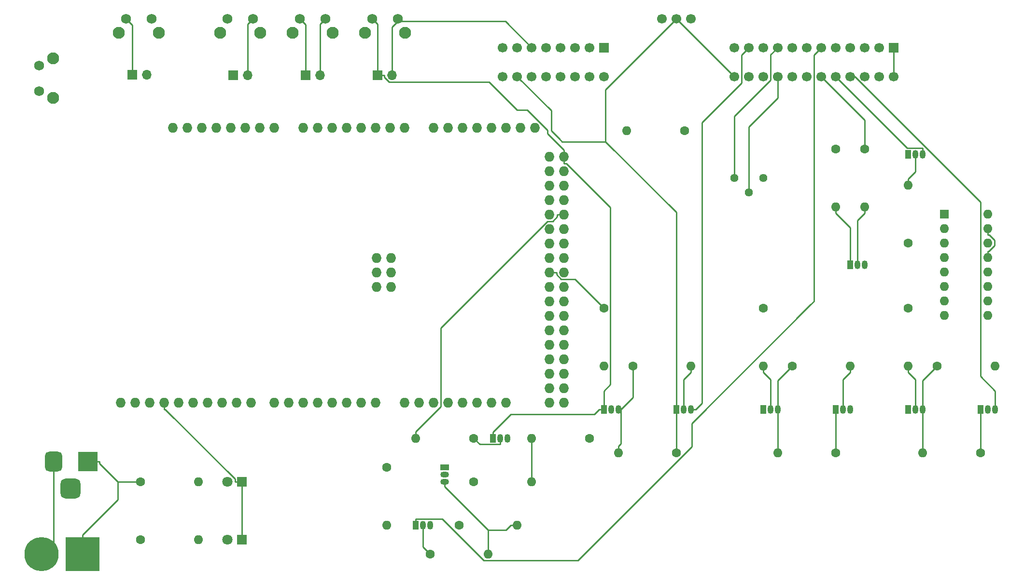
<source format=gbr>
%TF.GenerationSoftware,KiCad,Pcbnew,(6.0.1)*%
%TF.CreationDate,2022-11-01T11:59:45+11:00*%
%TF.ProjectId,IS250 Interface Board,49533235-3020-4496-9e74-657266616365,rev?*%
%TF.SameCoordinates,Original*%
%TF.FileFunction,Copper,L2,Bot*%
%TF.FilePolarity,Positive*%
%FSLAX46Y46*%
G04 Gerber Fmt 4.6, Leading zero omitted, Abs format (unit mm)*
G04 Created by KiCad (PCBNEW (6.0.1)) date 2022-11-01 11:59:45*
%MOMM*%
%LPD*%
G01*
G04 APERTURE LIST*
G04 Aperture macros list*
%AMRoundRect*
0 Rectangle with rounded corners*
0 $1 Rounding radius*
0 $2 $3 $4 $5 $6 $7 $8 $9 X,Y pos of 4 corners*
0 Add a 4 corners polygon primitive as box body*
4,1,4,$2,$3,$4,$5,$6,$7,$8,$9,$2,$3,0*
0 Add four circle primitives for the rounded corners*
1,1,$1+$1,$2,$3*
1,1,$1+$1,$4,$5*
1,1,$1+$1,$6,$7*
1,1,$1+$1,$8,$9*
0 Add four rect primitives between the rounded corners*
20,1,$1+$1,$2,$3,$4,$5,0*
20,1,$1+$1,$4,$5,$6,$7,0*
20,1,$1+$1,$6,$7,$8,$9,0*
20,1,$1+$1,$8,$9,$2,$3,0*%
G04 Aperture macros list end*
%TA.AperFunction,ComponentPad*%
%ADD10R,1.050000X1.500000*%
%TD*%
%TA.AperFunction,ComponentPad*%
%ADD11O,1.050000X1.500000*%
%TD*%
%TA.AperFunction,ComponentPad*%
%ADD12C,1.600000*%
%TD*%
%TA.AperFunction,ComponentPad*%
%ADD13O,1.600000X1.600000*%
%TD*%
%TA.AperFunction,ComponentPad*%
%ADD14C,1.440000*%
%TD*%
%TA.AperFunction,ComponentPad*%
%ADD15C,6.000000*%
%TD*%
%TA.AperFunction,ComponentPad*%
%ADD16R,6.000000X6.000000*%
%TD*%
%TA.AperFunction,ComponentPad*%
%ADD17R,1.700000X1.700000*%
%TD*%
%TA.AperFunction,ComponentPad*%
%ADD18C,1.700000*%
%TD*%
%TA.AperFunction,ComponentPad*%
%ADD19C,2.100000*%
%TD*%
%TA.AperFunction,ComponentPad*%
%ADD20C,1.750000*%
%TD*%
%TA.AperFunction,ComponentPad*%
%ADD21O,1.700000X1.700000*%
%TD*%
%TA.AperFunction,ComponentPad*%
%ADD22R,1.500000X1.050000*%
%TD*%
%TA.AperFunction,ComponentPad*%
%ADD23O,1.500000X1.050000*%
%TD*%
%TA.AperFunction,ComponentPad*%
%ADD24R,1.800000X1.800000*%
%TD*%
%TA.AperFunction,ComponentPad*%
%ADD25C,1.800000*%
%TD*%
%TA.AperFunction,ComponentPad*%
%ADD26R,3.500000X3.500000*%
%TD*%
%TA.AperFunction,ComponentPad*%
%ADD27RoundRect,0.750000X-0.750000X-1.000000X0.750000X-1.000000X0.750000X1.000000X-0.750000X1.000000X0*%
%TD*%
%TA.AperFunction,ComponentPad*%
%ADD28RoundRect,0.875000X-0.875000X-0.875000X0.875000X-0.875000X0.875000X0.875000X-0.875000X0.875000X0*%
%TD*%
%TA.AperFunction,ComponentPad*%
%ADD29R,1.600000X1.600000*%
%TD*%
%TA.AperFunction,ComponentPad*%
%ADD30O,1.727200X1.727200*%
%TD*%
%TA.AperFunction,Conductor*%
%ADD31C,0.250000*%
%TD*%
G04 APERTURE END LIST*
D10*
%TO.P,Q3,1,E*%
%TO.N,/MPX Transciever/MPX+*%
X137160000Y-134620000D03*
D11*
%TO.P,Q3,2,B*%
%TO.N,Net-(Q3-Pad2)*%
X138430000Y-134620000D03*
%TO.P,Q3,3,C*%
%TO.N,+12V*%
X139700000Y-134620000D03*
%TD*%
D12*
%TO.P,R3,1*%
%TO.N,GND*%
X132080000Y-124460000D03*
D13*
%TO.P,R3,2*%
%TO.N,/MPX Transciever/MPX+*%
X132080000Y-134620000D03*
%TD*%
D10*
%TO.P,Q9,1,E*%
%TO.N,+12V*%
X182880000Y-114300000D03*
D11*
%TO.P,Q9,2,B*%
%TO.N,Net-(Q9-Pad2)*%
X184150000Y-114300000D03*
%TO.P,Q9,3,C*%
%TO.N,/LFT-TRN*%
X185420000Y-114300000D03*
%TD*%
D14*
%TO.P,RV1,1,1*%
%TO.N,/Illumination Circuit/ILL+*%
X193040000Y-73660000D03*
%TO.P,RV1,2,2*%
%TO.N,/Illumination Circuit/ILL-S*%
X195580000Y-76200000D03*
%TO.P,RV1,3,3*%
%TO.N,/Illumination Circuit/ILL-GND*%
X198120000Y-73660000D03*
%TD*%
D12*
%TO.P,R16,1*%
%TO.N,/RHT-T*%
X198120000Y-96520000D03*
D13*
%TO.P,R16,2*%
%TO.N,Net-(Q10-Pad2)*%
X198120000Y-106680000D03*
%TD*%
D12*
%TO.P,R1,1*%
%TO.N,/Tacho*%
X223520000Y-96520000D03*
D13*
%TO.P,R1,2*%
%TO.N,Net-(Q1-Pad2)*%
X223520000Y-106680000D03*
%TD*%
D12*
%TO.P,R6,1*%
%TO.N,Net-(Q4-Pad2)*%
X147320000Y-127000000D03*
D13*
%TO.P,R6,2*%
%TO.N,Net-(Q5-Pad3)*%
X157480000Y-127000000D03*
%TD*%
D15*
%TO.P,J4,N,NEG*%
%TO.N,GND*%
X71540000Y-139700000D03*
D16*
%TO.P,J4,P,POS*%
%TO.N,+12V*%
X78740000Y-139700000D03*
%TD*%
D12*
%TO.P,R8,1*%
%TO.N,Net-(Q5-Pad2)*%
X147320000Y-119380000D03*
D13*
%TO.P,R8,2*%
%TO.N,/MPX-S*%
X137160000Y-119380000D03*
%TD*%
D17*
%TO.P,J2,1,NC*%
%TO.N,unconnected-(J2-Pad1)*%
X170180000Y-50800000D03*
D18*
%TO.P,J2,2,NC*%
%TO.N,unconnected-(J2-Pad2)*%
X167640000Y-50800000D03*
%TO.P,J2,3,PBLT-W*%
%TO.N,unconnected-(J2-Pad3)*%
X165100000Y-50800000D03*
%TO.P,J2,4,PBLT-SW*%
%TO.N,unconnected-(J2-Pad4)*%
X162560000Y-50800000D03*
%TO.P,J2,5,RSEL*%
%TO.N,/Satellite Switch/RSEL*%
X160020000Y-50800000D03*
%TO.P,J2,6,LSEL*%
%TO.N,/Satellite Switch/LSEL*%
X157480000Y-50800000D03*
%TO.P,J2,7,SET*%
%TO.N,/Satellite Switch/SET*%
X154940000Y-50800000D03*
%TO.P,J2,8,NC*%
%TO.N,unconnected-(J2-Pad8)*%
X152400000Y-50800000D03*
%TO.P,J2,9,ILL-*%
%TO.N,unconnected-(J2-Pad9)*%
X170180000Y-55880000D03*
%TO.P,J2,10,RHT-TRN*%
%TO.N,/RHT-TRN*%
X167640000Y-55880000D03*
%TO.P,J2,11,CHK-ENG*%
%TO.N,unconnected-(J2-Pad11)*%
X165100000Y-55880000D03*
%TO.P,J2,12,NC*%
%TO.N,unconnected-(J2-Pad12)*%
X162560000Y-55880000D03*
%TO.P,J2,13,NC*%
%TO.N,unconnected-(J2-Pad13)*%
X160020000Y-55880000D03*
%TO.P,J2,14,NC*%
%TO.N,unconnected-(J2-Pad14)*%
X157480000Y-55880000D03*
%TO.P,J2,15,BRK-FLU*%
%TO.N,+12V*%
X154940000Y-55880000D03*
%TO.P,J2,16,NC*%
%TO.N,unconnected-(J2-Pad16)*%
X152400000Y-55880000D03*
%TD*%
D10*
%TO.P,Q11,1,E*%
%TO.N,+12V*%
X210820000Y-114300000D03*
D11*
%TO.P,Q11,2,B*%
%TO.N,Net-(Q11-Pad2)*%
X212090000Y-114300000D03*
%TO.P,Q11,3,C*%
%TO.N,/RHT-TRN*%
X213360000Y-114300000D03*
%TD*%
D19*
%TO.P,SW2,*%
%TO.N,*%
X92120000Y-48210000D03*
X85110000Y-48210000D03*
D20*
%TO.P,SW2,1,A*%
%TO.N,Net-(J1-Pad20)*%
X86360000Y-45720000D03*
%TO.P,SW2,2,B*%
%TO.N,GND*%
X90860000Y-45720000D03*
%TD*%
D12*
%TO.P,R14,1*%
%TO.N,Net-(Q8-Pad3)*%
X175260000Y-106680000D03*
D13*
%TO.P,R14,2*%
%TO.N,Net-(Q9-Pad2)*%
X185420000Y-106680000D03*
%TD*%
D17*
%TO.P,J8,1,Pin_1*%
%TO.N,GND*%
X130512000Y-55646600D03*
D21*
%TO.P,J8,2,Pin_2*%
%TO.N,/Satellite Switch/LSEL*%
X133052000Y-55646600D03*
%TD*%
D17*
%TO.P,J5,1,Pin_1*%
%TO.N,Net-(J1-Pad20)*%
X87494500Y-55588900D03*
D21*
%TO.P,J5,2,Pin_2*%
%TO.N,GND*%
X90034500Y-55588900D03*
%TD*%
D10*
%TO.P,Q5,1,E*%
%TO.N,GND*%
X150680000Y-119380000D03*
D11*
%TO.P,Q5,2,B*%
%TO.N,Net-(Q5-Pad2)*%
X151950000Y-119380000D03*
%TO.P,Q5,3,C*%
%TO.N,Net-(Q5-Pad3)*%
X153220000Y-119380000D03*
%TD*%
D22*
%TO.P,Q4,1,E*%
%TO.N,GND*%
X142240000Y-124460000D03*
D23*
%TO.P,Q4,2,B*%
%TO.N,Net-(Q4-Pad2)*%
X142240000Y-125730000D03*
%TO.P,Q4,3,C*%
%TO.N,Net-(Q4-Pad3)*%
X142240000Y-127000000D03*
%TD*%
D10*
%TO.P,Q10,1,E*%
%TO.N,GND*%
X198120000Y-114300000D03*
D11*
%TO.P,Q10,2,B*%
%TO.N,Net-(Q10-Pad2)*%
X199390000Y-114300000D03*
%TO.P,Q10,3,C*%
%TO.N,Net-(Q10-Pad3)*%
X200660000Y-114300000D03*
%TD*%
D12*
%TO.P,R18,1*%
%TO.N,+12V*%
X210820000Y-121920000D03*
D13*
%TO.P,R18,2*%
%TO.N,Net-(Q10-Pad3)*%
X200660000Y-121920000D03*
%TD*%
D12*
%TO.P,R9,1*%
%TO.N,/MPX Transciever/MPX-*%
X215900000Y-68580000D03*
D13*
%TO.P,R9,2*%
%TO.N,Net-(Q6-Pad2)*%
X215900000Y-78740000D03*
%TD*%
D12*
%TO.P,R7,1*%
%TO.N,+5V*%
X167640000Y-119380000D03*
D13*
%TO.P,R7,2*%
%TO.N,Net-(Q5-Pad3)*%
X157480000Y-119380000D03*
%TD*%
%TO.P,R19,2*%
%TO.N,/Fuel System/FUEL*%
X174160000Y-65395000D03*
D12*
%TO.P,R19,1*%
%TO.N,/Fuel System/FUEL-GND*%
X184320000Y-65395000D03*
%TD*%
D19*
%TO.P,SW6,*%
%TO.N,*%
X73610000Y-52660000D03*
X73610000Y-59670000D03*
D20*
%TO.P,SW6,1,A*%
%TO.N,Net-(SW6-Pad1)*%
X71120000Y-58420000D03*
%TO.P,SW6,2,B*%
%TO.N,GND*%
X71120000Y-53920000D03*
%TD*%
D12*
%TO.P,R11,1*%
%TO.N,+12V*%
X236220000Y-121920000D03*
D13*
%TO.P,R11,2*%
%TO.N,Net-(Q1-Pad3)*%
X226060000Y-121920000D03*
%TD*%
D12*
%TO.P,R15,1*%
%TO.N,+12V*%
X182880000Y-121920000D03*
D13*
%TO.P,R15,2*%
%TO.N,Net-(Q8-Pad3)*%
X172720000Y-121920000D03*
%TD*%
D19*
%TO.P,SW5,*%
%TO.N,*%
X135300000Y-48210000D03*
X128290000Y-48210000D03*
D20*
%TO.P,SW5,1,A*%
%TO.N,GND*%
X129540000Y-45720000D03*
%TO.P,SW5,2,B*%
%TO.N,/Satellite Switch/LSEL*%
X134040000Y-45720000D03*
%TD*%
D12*
%TO.P,R2,1*%
%TO.N,Net-(Q1-Pad3)*%
X228600000Y-106680000D03*
D13*
%TO.P,R2,2*%
%TO.N,Net-(Q2-Pad2)*%
X238760000Y-106680000D03*
%TD*%
D12*
%TO.P,R20,1*%
%TO.N,+12V*%
X88900000Y-127000000D03*
D13*
%TO.P,R20,2*%
%TO.N,Net-(D1-Pad2)*%
X99060000Y-127000000D03*
%TD*%
D24*
%TO.P,D2,1,K*%
%TO.N,GND*%
X106680000Y-137160000D03*
D25*
%TO.P,D2,2,A*%
%TO.N,Net-(D2-Pad2)*%
X104140000Y-137160000D03*
%TD*%
D18*
%TO.P,SW1,1,A*%
%TO.N,Net-(J1-Pad12)*%
X180340000Y-45720000D03*
%TO.P,SW1,2,B*%
%TO.N,+12V*%
X182880000Y-45720000D03*
%TO.P,SW1,3*%
%TO.N,N/C*%
X185420000Y-45720000D03*
%TD*%
D26*
%TO.P,J3,1*%
%TO.N,+12V*%
X79660000Y-123502500D03*
D27*
%TO.P,J3,2*%
%TO.N,GND*%
X73660000Y-123502500D03*
D28*
%TO.P,J3,3*%
%TO.N,N/C*%
X76660000Y-128202500D03*
%TD*%
D12*
%TO.P,R4,1*%
%TO.N,Net-(Q3-Pad2)*%
X139700000Y-139700000D03*
D13*
%TO.P,R4,2*%
%TO.N,Net-(Q4-Pad3)*%
X149860000Y-139700000D03*
%TD*%
D24*
%TO.P,D1,1,K*%
%TO.N,GND*%
X106680000Y-127000000D03*
D25*
%TO.P,D1,2,A*%
%TO.N,Net-(D1-Pad2)*%
X104140000Y-127000000D03*
%TD*%
D12*
%TO.P,R12,1*%
%TO.N,Net-(R12-Pad1)*%
X223520000Y-85105000D03*
D13*
%TO.P,R12,2*%
%TO.N,Net-(Q7-Pad2)*%
X223520000Y-74945000D03*
%TD*%
D29*
%TO.P,U2,1,Q5*%
%TO.N,unconnected-(U2-Pad1)*%
X229880000Y-80025000D03*
D13*
%TO.P,U2,2,Q1*%
%TO.N,unconnected-(U2-Pad2)*%
X229880000Y-82565000D03*
%TO.P,U2,3,Q0*%
%TO.N,Net-(R12-Pad1)*%
X229880000Y-85105000D03*
%TO.P,U2,4,Q2*%
%TO.N,unconnected-(U2-Pad4)*%
X229880000Y-87645000D03*
%TO.P,U2,5,Q6*%
%TO.N,unconnected-(U2-Pad5)*%
X229880000Y-90185000D03*
%TO.P,U2,6,Q7*%
%TO.N,unconnected-(U2-Pad6)*%
X229880000Y-92725000D03*
%TO.P,U2,7,Q3*%
%TO.N,unconnected-(U2-Pad7)*%
X229880000Y-95265000D03*
%TO.P,U2,8,VSS*%
%TO.N,GND*%
X229880000Y-97805000D03*
%TO.P,U2,9,Q8*%
%TO.N,unconnected-(U2-Pad9)*%
X237500000Y-97805000D03*
%TO.P,U2,10,Q4*%
%TO.N,unconnected-(U2-Pad10)*%
X237500000Y-95265000D03*
%TO.P,U2,11,Q9*%
%TO.N,unconnected-(U2-Pad11)*%
X237500000Y-92725000D03*
%TO.P,U2,12,Cout*%
%TO.N,unconnected-(U2-Pad12)*%
X237500000Y-90185000D03*
%TO.P,U2,13,CKEN*%
%TO.N,GND*%
X237500000Y-87645000D03*
%TO.P,U2,14,CLK*%
%TO.N,/Speedo*%
X237500000Y-85105000D03*
%TO.P,U2,15,Reset*%
%TO.N,GND*%
X237500000Y-82565000D03*
%TO.P,U2,16,VDD*%
%TO.N,+5V*%
X237500000Y-80025000D03*
%TD*%
D19*
%TO.P,SW4,*%
%TO.N,*%
X115590000Y-48210000D03*
X122600000Y-48210000D03*
D20*
%TO.P,SW4,1,A*%
%TO.N,GND*%
X116840000Y-45720000D03*
%TO.P,SW4,2,B*%
%TO.N,/Satellite Switch/SET*%
X121340000Y-45720000D03*
%TD*%
D17*
%TO.P,J6,1,Pin_1*%
%TO.N,GND*%
X105175100Y-55616000D03*
D21*
%TO.P,J6,2,Pin_2*%
%TO.N,/Satellite Switch/RSEL*%
X107715100Y-55616000D03*
%TD*%
D12*
%TO.P,R13,1*%
%TO.N,/LFT-T*%
X170180000Y-96520000D03*
D13*
%TO.P,R13,2*%
%TO.N,Net-(Q8-Pad2)*%
X170180000Y-106680000D03*
%TD*%
D10*
%TO.P,Q7,1,E*%
%TO.N,GND*%
X223520000Y-69515000D03*
D11*
%TO.P,Q7,2,B*%
%TO.N,Net-(Q7-Pad2)*%
X224790000Y-69515000D03*
%TO.P,Q7,3,C*%
%TO.N,/Speedo Conversion/SPD IN*%
X226060000Y-69515000D03*
%TD*%
D12*
%TO.P,R17,1*%
%TO.N,Net-(Q10-Pad3)*%
X203200000Y-106680000D03*
D13*
%TO.P,R17,2*%
%TO.N,Net-(Q11-Pad2)*%
X213360000Y-106680000D03*
%TD*%
D17*
%TO.P,J7,1,Pin_1*%
%TO.N,GND*%
X117870800Y-55675000D03*
D21*
%TO.P,J7,2,Pin_2*%
%TO.N,/Satellite Switch/SET*%
X120410800Y-55675000D03*
%TD*%
D10*
%TO.P,Q6,1,E*%
%TO.N,/MPX-R*%
X213360000Y-88900000D03*
D11*
%TO.P,Q6,2,B*%
%TO.N,Net-(Q6-Pad2)*%
X214630000Y-88900000D03*
%TO.P,Q6,3,C*%
%TO.N,+5V*%
X215900000Y-88900000D03*
%TD*%
D10*
%TO.P,Q1,1,E*%
%TO.N,GND*%
X223520000Y-114300000D03*
D11*
%TO.P,Q1,2,B*%
%TO.N,Net-(Q1-Pad2)*%
X224790000Y-114300000D03*
%TO.P,Q1,3,C*%
%TO.N,Net-(Q1-Pad3)*%
X226060000Y-114300000D03*
%TD*%
D12*
%TO.P,R10,1*%
%TO.N,GND*%
X210820000Y-68580000D03*
D13*
%TO.P,R10,2*%
%TO.N,/MPX-R*%
X210820000Y-78740000D03*
%TD*%
D19*
%TO.P,SW3,*%
%TO.N,*%
X102890000Y-48210000D03*
X109900000Y-48210000D03*
D20*
%TO.P,SW3,1,A*%
%TO.N,GND*%
X104140000Y-45720000D03*
%TO.P,SW3,2,B*%
%TO.N,/Satellite Switch/RSEL*%
X108640000Y-45720000D03*
%TD*%
D10*
%TO.P,Q8,1,E*%
%TO.N,GND*%
X170180000Y-114300000D03*
D11*
%TO.P,Q8,2,B*%
%TO.N,Net-(Q8-Pad2)*%
X171450000Y-114300000D03*
%TO.P,Q8,3,C*%
%TO.N,Net-(Q8-Pad3)*%
X172720000Y-114300000D03*
%TD*%
D10*
%TO.P,Q2,1,E*%
%TO.N,+12V*%
X236220000Y-114300000D03*
D11*
%TO.P,Q2,2,B*%
%TO.N,Net-(Q2-Pad2)*%
X237490000Y-114300000D03*
%TO.P,Q2,3,C*%
%TO.N,/Tacho Conversion/12V Out*%
X238760000Y-114300000D03*
%TD*%
D17*
%TO.P,J1,1,GND*%
%TO.N,GND*%
X220980000Y-50800000D03*
D18*
%TO.P,J1,2,GND-F*%
%TO.N,/Fuel System/FUEL-GND*%
X218440000Y-50800000D03*
%TO.P,J1,3,NC*%
%TO.N,unconnected-(J1-Pad3)*%
X215900000Y-50800000D03*
%TO.P,J1,4,NC*%
%TO.N,unconnected-(J1-Pad4)*%
X213360000Y-50800000D03*
%TO.P,J1,5,SPD-OUT*%
%TO.N,unconnected-(J1-Pad5)*%
X210820000Y-50800000D03*
%TO.P,J1,6,MPX+*%
%TO.N,/MPX Transciever/MPX+*%
X208280000Y-50800000D03*
%TO.P,J1,7,NC*%
%TO.N,unconnected-(J1-Pad7)*%
X205740000Y-50800000D03*
%TO.P,J1,8,ILL-OVRD*%
%TO.N,unconnected-(J1-Pad8)*%
X203200000Y-50800000D03*
%TO.P,J1,9,ILL+*%
%TO.N,/Illumination Circuit/ILL+*%
X200660000Y-50800000D03*
%TO.P,J1,10,NC*%
%TO.N,unconnected-(J1-Pad10)*%
X198120000Y-50800000D03*
%TO.P,J1,11,LFT-TRN*%
%TO.N,/LFT-TRN*%
X195580000Y-50800000D03*
%TO.P,J1,12,IGN-SW*%
%TO.N,Net-(J1-Pad12)*%
X193040000Y-50800000D03*
%TO.P,J1,13,GND-S*%
%TO.N,GND*%
X220980000Y-55880000D03*
%TO.P,J1,14,GND-ILL*%
%TO.N,/Illumination Circuit/ILL-GND*%
X218440000Y-55880000D03*
%TO.P,J1,15,NC*%
%TO.N,unconnected-(J1-Pad15)*%
X215900000Y-55880000D03*
%TO.P,J1,16,TACH*%
%TO.N,/Tacho Conversion/12V Out*%
X213360000Y-55880000D03*
%TO.P,J1,17,SPD-IN*%
%TO.N,/Speedo Conversion/SPD IN*%
X210820000Y-55880000D03*
%TO.P,J1,18,MPX-*%
%TO.N,/MPX Transciever/MPX-*%
X208280000Y-55880000D03*
%TO.P,J1,19,FUEL*%
%TO.N,/Fuel System/FUEL*%
X205740000Y-55880000D03*
%TO.P,J1,20,DISP-SW*%
%TO.N,Net-(J1-Pad20)*%
X203200000Y-55880000D03*
%TO.P,J1,21,ILL-S*%
%TO.N,/Illumination Circuit/ILL-S*%
X200660000Y-55880000D03*
%TO.P,J1,22,NC*%
%TO.N,unconnected-(J1-Pad22)*%
X198120000Y-55880000D03*
%TO.P,J1,23,12V*%
%TO.N,+12V*%
X195580000Y-55880000D03*
%TO.P,J1,24,12V*%
X193040000Y-55880000D03*
%TD*%
D12*
%TO.P,R5,1*%
%TO.N,+12V*%
X144780000Y-134620000D03*
D13*
%TO.P,R5,2*%
%TO.N,Net-(Q4-Pad3)*%
X154940000Y-134620000D03*
%TD*%
D12*
%TO.P,R21,1*%
%TO.N,+5V*%
X88900000Y-137160000D03*
D13*
%TO.P,R21,2*%
%TO.N,Net-(D2-Pad2)*%
X99060000Y-137160000D03*
%TD*%
D30*
%TO.P,XA1,*%
%TO.N,*%
X94615000Y-64857500D03*
%TO.P,XA1,3V3,3.3V*%
%TO.N,unconnected-(XA1-Pad3V3)*%
X102235000Y-64857500D03*
%TO.P,XA1,5V1,5V*%
%TO.N,+5V*%
X104775000Y-64857500D03*
%TO.P,XA1,5V2,SPI_5V*%
%TO.N,unconnected-(XA1-Pad5V2)*%
X132842000Y-92797500D03*
%TO.P,XA1,5V3,5V*%
%TO.N,unconnected-(XA1-Pad5V3)*%
X160655000Y-113117500D03*
%TO.P,XA1,5V4,5V*%
%TO.N,unconnected-(XA1-Pad5V4)*%
X163195000Y-113117500D03*
%TO.P,XA1,A0,A0*%
%TO.N,unconnected-(XA1-PadA0)*%
X117475000Y-64857500D03*
%TO.P,XA1,A1,A1*%
%TO.N,unconnected-(XA1-PadA1)*%
X120015000Y-64857500D03*
%TO.P,XA1,A2,A2*%
%TO.N,unconnected-(XA1-PadA2)*%
X122555000Y-64857500D03*
%TO.P,XA1,A3,A3*%
%TO.N,unconnected-(XA1-PadA3)*%
X125095000Y-64857500D03*
%TO.P,XA1,A4,A4*%
%TO.N,unconnected-(XA1-PadA4)*%
X127635000Y-64857500D03*
%TO.P,XA1,A5,A5*%
%TO.N,unconnected-(XA1-PadA5)*%
X130175000Y-64857500D03*
%TO.P,XA1,A6,A6*%
%TO.N,unconnected-(XA1-PadA6)*%
X132715000Y-64857500D03*
%TO.P,XA1,A7,A7*%
%TO.N,unconnected-(XA1-PadA7)*%
X135255000Y-64857500D03*
%TO.P,XA1,A8,A8*%
%TO.N,unconnected-(XA1-PadA8)*%
X140335000Y-64857500D03*
%TO.P,XA1,A9,A9*%
%TO.N,unconnected-(XA1-PadA9)*%
X142875000Y-64857500D03*
%TO.P,XA1,A10,A10*%
%TO.N,unconnected-(XA1-PadA10)*%
X145415000Y-64857500D03*
%TO.P,XA1,A11,A11*%
%TO.N,unconnected-(XA1-PadA11)*%
X147955000Y-64857500D03*
%TO.P,XA1,A12,A12*%
%TO.N,unconnected-(XA1-PadA12)*%
X150495000Y-64857500D03*
%TO.P,XA1,A13,A13*%
%TO.N,unconnected-(XA1-PadA13)*%
X153035000Y-64857500D03*
%TO.P,XA1,A14,A14*%
%TO.N,unconnected-(XA1-PadA14)*%
X155575000Y-64857500D03*
%TO.P,XA1,A15,A15*%
%TO.N,unconnected-(XA1-PadA15)*%
X158115000Y-64857500D03*
%TO.P,XA1,AREF,AREF*%
%TO.N,unconnected-(XA1-PadAREF)*%
X90551000Y-113117500D03*
%TO.P,XA1,D0,D0_RX0*%
%TO.N,unconnected-(XA1-PadD0)*%
X130175000Y-113117500D03*
%TO.P,XA1,D1,D1_TX0*%
%TO.N,unconnected-(XA1-PadD1)*%
X127635000Y-113117500D03*
%TO.P,XA1,D2,D2_INT0*%
%TO.N,unconnected-(XA1-PadD2)*%
X125095000Y-113117500D03*
%TO.P,XA1,D3,D3_INT1*%
%TO.N,unconnected-(XA1-PadD3)*%
X122555000Y-113117500D03*
%TO.P,XA1,D4,D4*%
%TO.N,unconnected-(XA1-PadD4)*%
X120015000Y-113117500D03*
%TO.P,XA1,D5,D5*%
%TO.N,unconnected-(XA1-PadD5)*%
X117475000Y-113117500D03*
%TO.P,XA1,D6,D6*%
%TO.N,unconnected-(XA1-PadD6)*%
X114935000Y-113117500D03*
%TO.P,XA1,D7,D7*%
%TO.N,unconnected-(XA1-PadD7)*%
X112395000Y-113117500D03*
%TO.P,XA1,D8,D8*%
%TO.N,unconnected-(XA1-PadD8)*%
X108331000Y-113117500D03*
%TO.P,XA1,D9,D9*%
%TO.N,unconnected-(XA1-PadD9)*%
X105791000Y-113117500D03*
%TO.P,XA1,D10,D10*%
%TO.N,unconnected-(XA1-PadD10)*%
X103251000Y-113117500D03*
%TO.P,XA1,D11,D11*%
%TO.N,unconnected-(XA1-PadD11)*%
X100711000Y-113117500D03*
%TO.P,XA1,D12,D12*%
%TO.N,unconnected-(XA1-PadD12)*%
X98171000Y-113117500D03*
%TO.P,XA1,D13,D13*%
%TO.N,unconnected-(XA1-PadD13)*%
X95631000Y-113117500D03*
%TO.P,XA1,D14,D14_TX3*%
%TO.N,unconnected-(XA1-PadD14)*%
X135255000Y-113117500D03*
%TO.P,XA1,D15,D15_RX3*%
%TO.N,unconnected-(XA1-PadD15)*%
X137795000Y-113117500D03*
%TO.P,XA1,D16,D16_TX2*%
%TO.N,unconnected-(XA1-PadD16)*%
X140335000Y-113117500D03*
%TO.P,XA1,D17,D17_RX2*%
%TO.N,unconnected-(XA1-PadD17)*%
X142875000Y-113117500D03*
%TO.P,XA1,D18,D18_TX1*%
%TO.N,unconnected-(XA1-PadD18)*%
X145415000Y-113117500D03*
%TO.P,XA1,D19,D19_RX1*%
%TO.N,unconnected-(XA1-PadD19)*%
X147955000Y-113117500D03*
%TO.P,XA1,D20,D20_SDA*%
%TO.N,unconnected-(XA1-PadD20)*%
X150495000Y-113117500D03*
%TO.P,XA1,D21,D21_SCL*%
%TO.N,unconnected-(XA1-PadD21)*%
X153035000Y-113117500D03*
%TO.P,XA1,D22,D22*%
%TO.N,unconnected-(XA1-PadD22)*%
X160655000Y-110577500D03*
%TO.P,XA1,D23,D23*%
%TO.N,unconnected-(XA1-PadD23)*%
X163195000Y-110577500D03*
%TO.P,XA1,D24,D24*%
%TO.N,unconnected-(XA1-PadD24)*%
X160655000Y-108037500D03*
%TO.P,XA1,D25,D25*%
%TO.N,unconnected-(XA1-PadD25)*%
X163195000Y-108037500D03*
%TO.P,XA1,D26,D26*%
%TO.N,unconnected-(XA1-PadD26)*%
X160655000Y-105497500D03*
%TO.P,XA1,D27,D27*%
%TO.N,unconnected-(XA1-PadD27)*%
X163195000Y-105497500D03*
%TO.P,XA1,D28,D28*%
%TO.N,unconnected-(XA1-PadD28)*%
X160655000Y-102957500D03*
%TO.P,XA1,D29,D29*%
%TO.N,unconnected-(XA1-PadD29)*%
X163195000Y-102957500D03*
%TO.P,XA1,D30,D30*%
%TO.N,unconnected-(XA1-PadD30)*%
X160655000Y-100417500D03*
%TO.P,XA1,D31,D31*%
%TO.N,unconnected-(XA1-PadD31)*%
X163195000Y-100417500D03*
%TO.P,XA1,D32,D32*%
%TO.N,unconnected-(XA1-PadD32)*%
X160655000Y-97877500D03*
%TO.P,XA1,D33,D33*%
%TO.N,unconnected-(XA1-PadD33)*%
X163195000Y-97877500D03*
%TO.P,XA1,D34,D34*%
%TO.N,unconnected-(XA1-PadD34)*%
X160655000Y-95337500D03*
%TO.P,XA1,D35,D35*%
%TO.N,unconnected-(XA1-PadD35)*%
X163195000Y-95337500D03*
%TO.P,XA1,D36,D36*%
%TO.N,unconnected-(XA1-PadD36)*%
X160655000Y-92797500D03*
%TO.P,XA1,D37,D37*%
%TO.N,unconnected-(XA1-PadD37)*%
X163195000Y-92797500D03*
%TO.P,XA1,D38,D38*%
%TO.N,/LFT-T*%
X160655000Y-90257500D03*
%TO.P,XA1,D39,D39*%
%TO.N,/RHT-T*%
X163195000Y-90257500D03*
%TO.P,XA1,D40,D40*%
%TO.N,unconnected-(XA1-PadD40)*%
X160655000Y-87717500D03*
%TO.P,XA1,D41,D41*%
%TO.N,unconnected-(XA1-PadD41)*%
X163195000Y-87717500D03*
%TO.P,XA1,D42,D42*%
%TO.N,/Tacho*%
X160655000Y-85177500D03*
%TO.P,XA1,D43,D43*%
%TO.N,/Speedo*%
X163195000Y-85177500D03*
%TO.P,XA1,D44,D44*%
%TO.N,unconnected-(XA1-PadD44)*%
X160655000Y-82637500D03*
%TO.P,XA1,D45,D45*%
%TO.N,unconnected-(XA1-PadD45)*%
X163195000Y-82637500D03*
%TO.P,XA1,D46,D46*%
%TO.N,/MPX-R*%
X160655000Y-80097500D03*
%TO.P,XA1,D47,D47*%
%TO.N,/MPX-S*%
X163195000Y-80097500D03*
%TO.P,XA1,D48,D48*%
%TO.N,unconnected-(XA1-PadD48)*%
X160655000Y-77557500D03*
%TO.P,XA1,D49,D49*%
%TO.N,unconnected-(XA1-PadD49)*%
X163195000Y-77557500D03*
%TO.P,XA1,D50,D50*%
%TO.N,unconnected-(XA1-PadD50)*%
X160655000Y-75017500D03*
%TO.P,XA1,D51,D51*%
%TO.N,/MOSI*%
X163195000Y-75017500D03*
%TO.P,XA1,D52,D52*%
%TO.N,/CLK*%
X160655000Y-72477500D03*
%TO.P,XA1,D53,D53_SS*%
%TO.N,/CS*%
X163195000Y-72477500D03*
%TO.P,XA1,GND1,GND*%
%TO.N,GND*%
X93091000Y-113117500D03*
%TO.P,XA1,GND2,GND*%
%TO.N,unconnected-(XA1-PadGND2)*%
X107315000Y-64857500D03*
%TO.P,XA1,GND3,GND*%
%TO.N,unconnected-(XA1-PadGND3)*%
X109855000Y-64857500D03*
%TO.P,XA1,GND4,SPI_GND*%
%TO.N,unconnected-(XA1-PadGND4)*%
X132842000Y-87717500D03*
%TO.P,XA1,GND5,GND*%
%TO.N,unconnected-(XA1-PadGND5)*%
X160655000Y-69937500D03*
%TO.P,XA1,GND6,GND*%
%TO.N,GND*%
X163195000Y-69937500D03*
%TO.P,XA1,IORF,IOREF*%
%TO.N,unconnected-(XA1-PadIORF)*%
X97155000Y-64857500D03*
%TO.P,XA1,MISO,SPI_MISO*%
%TO.N,unconnected-(XA1-PadMISO)*%
X130302000Y-92797500D03*
%TO.P,XA1,MOSI,SPI_MOSI*%
%TO.N,unconnected-(XA1-PadMOSI)*%
X132842000Y-90257500D03*
%TO.P,XA1,RST1,RESET*%
%TO.N,Net-(SW6-Pad1)*%
X99695000Y-64857500D03*
%TO.P,XA1,RST2,SPI_RESET*%
%TO.N,unconnected-(XA1-PadRST2)*%
X130302000Y-87717500D03*
%TO.P,XA1,SCK,SPI_SCK*%
%TO.N,unconnected-(XA1-PadSCK)*%
X130302000Y-90257500D03*
%TO.P,XA1,SCL,SCL*%
%TO.N,unconnected-(XA1-PadSCL)*%
X85471000Y-113117500D03*
%TO.P,XA1,SDA,SDA*%
%TO.N,unconnected-(XA1-PadSDA)*%
X88011000Y-113117500D03*
%TO.P,XA1,VIN,VIN*%
%TO.N,unconnected-(XA1-PadVIN)*%
X112395000Y-64857500D03*
%TD*%
D31*
%TO.N,GND*%
X237500000Y-82565000D02*
X237500000Y-83690100D01*
X168479800Y-115150100D02*
X153834800Y-115150100D01*
X150680000Y-119380000D02*
X150680000Y-118304900D01*
X237733100Y-83690100D02*
X237500000Y-83690100D01*
X169329900Y-114300000D02*
X168479800Y-115150100D01*
X131687100Y-56013900D02*
X132494900Y-56821700D01*
X73660000Y-123502500D02*
X73660000Y-137580000D01*
X130512000Y-55646600D02*
X131687100Y-55646600D01*
X153834800Y-115150100D02*
X150680000Y-118304900D01*
X156711250Y-61728750D02*
X154946750Y-61728750D01*
X163195000Y-69937500D02*
X163195000Y-71126200D01*
X93091000Y-113117500D02*
X93091000Y-114306200D01*
X237500000Y-87645000D02*
X237500000Y-86519900D01*
X160315800Y-65869600D02*
X163195000Y-68748800D01*
X93091000Y-114306200D02*
X93202900Y-114306200D01*
X220980000Y-55880000D02*
X220980000Y-50800000D01*
X163195000Y-69937500D02*
X163195000Y-68748800D01*
X105454900Y-126558200D02*
X105454900Y-127000000D01*
X163195000Y-71126200D02*
X163566500Y-71126200D01*
X129540000Y-45720000D02*
X130512000Y-46692000D01*
X160315800Y-65333300D02*
X160315800Y-65869600D01*
X156711250Y-61728750D02*
X160315800Y-65333300D01*
X237698400Y-86519900D02*
X238660800Y-85557500D01*
X238660800Y-84617800D02*
X237733100Y-83690100D01*
X117870800Y-46750800D02*
X117870800Y-55675000D01*
X106680000Y-127000000D02*
X106680000Y-137160000D01*
X237500000Y-86519900D02*
X237698400Y-86519900D01*
X238660800Y-85557500D02*
X238660800Y-84617800D01*
X154946750Y-61728750D02*
X150039700Y-56821700D01*
X171308600Y-109955200D02*
X170180000Y-111083800D01*
X73660000Y-137580000D02*
X71540000Y-139700000D01*
X170180000Y-111083800D02*
X170180000Y-114300000D01*
X132494900Y-56821700D02*
X150039700Y-56821700D01*
X163566500Y-71126200D02*
X171308600Y-78868300D01*
X130512000Y-46692000D02*
X130512000Y-55646600D01*
X106680000Y-127000000D02*
X105454900Y-127000000D01*
X116840000Y-45720000D02*
X117870800Y-46750800D01*
X170180000Y-114300000D02*
X169329900Y-114300000D01*
X131687100Y-55646600D02*
X131687100Y-56013900D01*
X93202900Y-114306200D02*
X105454900Y-126558200D01*
X171308600Y-78868300D02*
X171308600Y-109955200D01*
%TO.N,/MPX Transciever/MPX+*%
X185551000Y-120875900D02*
X165598500Y-140828400D01*
X141789900Y-133544900D02*
X137160000Y-133544900D01*
X206454900Y-95888700D02*
X185551000Y-116792600D01*
X165598500Y-140828400D02*
X149073400Y-140828400D01*
X208280000Y-50800000D02*
X207010000Y-52070000D01*
X137160000Y-134620000D02*
X137160000Y-133544900D01*
X207010000Y-95333600D02*
X206454900Y-95888700D01*
X149073400Y-140828400D02*
X141789900Y-133544900D01*
X185551000Y-116792600D02*
X185551000Y-120875900D01*
X207010000Y-52070000D02*
X207010000Y-95333600D01*
%TO.N,/Illumination Circuit/ILL+*%
X200660000Y-50800000D02*
X199427741Y-52032259D01*
X193040000Y-62863300D02*
X193040982Y-62863300D01*
X193040000Y-73660000D02*
X193040000Y-62863300D01*
X193040982Y-62863300D02*
X199427741Y-56476541D01*
X199427741Y-52032259D02*
X199427741Y-56476541D01*
%TO.N,/LFT-TRN*%
X194310000Y-56996300D02*
X187370600Y-63935700D01*
X194310000Y-52070000D02*
X194310000Y-56996300D01*
X185420000Y-114300000D02*
X186270100Y-114300000D01*
X195580000Y-50800000D02*
X194310000Y-52070000D01*
X187370600Y-63935700D02*
X187370600Y-113199500D01*
X187370600Y-113199500D02*
X186270100Y-114300000D01*
%TO.N,/Tacho Conversion/12V Out*%
X214196600Y-55880000D02*
X236203300Y-77886700D01*
X213360000Y-55880000D02*
X214196600Y-55880000D01*
X236203300Y-108527100D02*
X238760000Y-111083800D01*
X236203300Y-77886700D02*
X236203300Y-108527100D01*
X238760000Y-111083800D02*
X238760000Y-114300000D01*
%TO.N,/Speedo Conversion/SPD IN*%
X223379900Y-68439900D02*
X226060000Y-68439900D01*
X226060000Y-69515000D02*
X226060000Y-68439900D01*
X210820000Y-55880000D02*
X223379900Y-68439900D01*
%TO.N,/MPX Transciever/MPX-*%
X215900000Y-63500000D02*
X215900000Y-68580000D01*
X208280000Y-55880000D02*
X215900000Y-63500000D01*
%TO.N,Net-(J1-Pad20)*%
X86360000Y-45720000D02*
X87494500Y-46854500D01*
X87494500Y-46854500D02*
X87494500Y-55588900D01*
%TO.N,/Illumination Circuit/ILL-S*%
X195580000Y-76200000D02*
X195580000Y-64744600D01*
X200660000Y-59613800D02*
X200660000Y-55880000D01*
X195554600Y-64719200D02*
X200660000Y-59613800D01*
%TO.N,+12V*%
X162814000Y-67310000D02*
X170434000Y-67310000D01*
X160925200Y-65389500D02*
X160925200Y-61865200D01*
X160925200Y-61865200D02*
X154940000Y-55880000D01*
X162814000Y-67310000D02*
X162354300Y-66818600D01*
X81735100Y-123787000D02*
X84948100Y-127000000D01*
X193040000Y-55880000D02*
X182880000Y-45720000D01*
X170446650Y-58153350D02*
X182880000Y-45720000D01*
X236220000Y-114300000D02*
X236220000Y-121920000D01*
X81735100Y-123502500D02*
X81735100Y-123787000D01*
X88900000Y-127000000D02*
X84948100Y-127000000D01*
X170434000Y-67310000D02*
X170446650Y-67297350D01*
X182880000Y-121920000D02*
X182880000Y-114300000D01*
X162354300Y-66818600D02*
X160925200Y-65389500D01*
X78740000Y-139700000D02*
X78740000Y-136374900D01*
X84948100Y-127000000D02*
X84948100Y-130166800D01*
X182880000Y-79730700D02*
X170446650Y-67297350D01*
X210820000Y-121920000D02*
X210820000Y-114300000D01*
X182880000Y-114300000D02*
X182880000Y-79730700D01*
X79660000Y-123502500D02*
X81735100Y-123502500D01*
X170446650Y-67297350D02*
X170446650Y-58153350D01*
X84948100Y-130166800D02*
X78740000Y-136374900D01*
%TO.N,/Satellite Switch/RSEL*%
X108640000Y-45720000D02*
X107715100Y-46644900D01*
X107715100Y-46644900D02*
X107715100Y-55616000D01*
%TO.N,/Satellite Switch/LSEL*%
X133052000Y-47202000D02*
X134040000Y-46214000D01*
X133052000Y-55646600D02*
X133052000Y-47202000D01*
X152894000Y-46214000D02*
X157480000Y-50800000D01*
X134040000Y-46214000D02*
X152894000Y-46214000D01*
X134040000Y-45720000D02*
X134040000Y-46214000D01*
%TO.N,/Satellite Switch/SET*%
X120410800Y-46649200D02*
X120410800Y-55675000D01*
X121340000Y-45720000D02*
X120410800Y-46649200D01*
%TO.N,Net-(Q1-Pad2)*%
X224790000Y-109075100D02*
X223520000Y-107805100D01*
X224790000Y-114300000D02*
X224790000Y-109075100D01*
X223520000Y-106680000D02*
X223520000Y-107805100D01*
%TO.N,Net-(Q1-Pad3)*%
X228600000Y-106680000D02*
X226060000Y-109220000D01*
X226060000Y-114300000D02*
X226060000Y-121920000D01*
X226060000Y-109220000D02*
X226060000Y-114300000D01*
%TO.N,Net-(Q3-Pad2)*%
X139700000Y-139700000D02*
X138430000Y-138430000D01*
X138430000Y-138430000D02*
X138430000Y-134620000D01*
%TO.N,Net-(Q4-Pad3)*%
X153814900Y-134620000D02*
X152964800Y-135470100D01*
X142240000Y-127000000D02*
X142240000Y-127850100D01*
X152964800Y-135470100D02*
X149860000Y-135470100D01*
X149860000Y-135470100D02*
X142240000Y-127850100D01*
X149860000Y-139137400D02*
X149860000Y-135470100D01*
X154940000Y-134620000D02*
X153814900Y-134620000D01*
X149860000Y-139700000D02*
X149860000Y-139137400D01*
%TO.N,Net-(Q5-Pad2)*%
X148395100Y-120455100D02*
X147320000Y-119380000D01*
X151950000Y-119380000D02*
X151950000Y-120455100D01*
X151950000Y-120455100D02*
X148395100Y-120455100D01*
%TO.N,Net-(Q5-Pad3)*%
X157480000Y-119380000D02*
X157480000Y-127000000D01*
%TO.N,/MPX-R*%
X210820000Y-78740000D02*
X210820000Y-79865100D01*
X210820000Y-79865100D02*
X213360000Y-82405100D01*
X213360000Y-82405100D02*
X213360000Y-88900000D01*
%TO.N,Net-(Q6-Pad2)*%
X215900000Y-78740000D02*
X215900000Y-79865100D01*
X214630000Y-88900000D02*
X214630000Y-81135100D01*
X214630000Y-81135100D02*
X215900000Y-79865100D01*
%TO.N,Net-(Q7-Pad2)*%
X224790000Y-69515000D02*
X224790000Y-72549900D01*
X224790000Y-72549900D02*
X223520000Y-73819900D01*
X223520000Y-74945000D02*
X223520000Y-73819900D01*
%TO.N,Net-(Q8-Pad3)*%
X173145100Y-114300000D02*
X175260000Y-112185100D01*
X173145100Y-114300000D02*
X173145100Y-120369800D01*
X175260000Y-112185100D02*
X175260000Y-106680000D01*
X173145100Y-120369800D02*
X172720000Y-120794900D01*
X172720000Y-114300000D02*
X173145100Y-114300000D01*
X172720000Y-121920000D02*
X172720000Y-120794900D01*
%TO.N,Net-(Q10-Pad2)*%
X199390000Y-114300000D02*
X199390000Y-109075100D01*
X198120000Y-106680000D02*
X198120000Y-107805100D01*
X199390000Y-109075100D02*
X198120000Y-107805100D01*
%TO.N,Net-(Q10-Pad3)*%
X200660000Y-121920000D02*
X200660000Y-114300000D01*
X203200000Y-106680000D02*
X200660000Y-109220000D01*
X200660000Y-109220000D02*
X200660000Y-114300000D01*
%TO.N,/MPX-S*%
X162006300Y-80469100D02*
X161189200Y-81286200D01*
X141605000Y-113809900D02*
X137160000Y-118254900D01*
X161189200Y-81286200D02*
X160315900Y-81286200D01*
X141605000Y-99997100D02*
X141605000Y-113809900D01*
X137160000Y-119380000D02*
X137160000Y-118254900D01*
X162006300Y-80097500D02*
X162006300Y-80469100D01*
X163195000Y-80097500D02*
X162006300Y-80097500D01*
X160315900Y-81286200D02*
X141605000Y-99997100D01*
%TO.N,/LFT-T*%
X165106200Y-91446200D02*
X170180000Y-96520000D01*
X162660800Y-91446200D02*
X165106200Y-91446200D01*
X161843700Y-90257500D02*
X161843700Y-90629100D01*
X160655000Y-90257500D02*
X161843700Y-90257500D01*
X161843700Y-90629100D02*
X162660800Y-91446200D01*
%TO.N,Net-(Q9-Pad2)*%
X185420000Y-107805100D02*
X184150000Y-109075100D01*
X184150000Y-109075100D02*
X184150000Y-114300000D01*
X185420000Y-106680000D02*
X185420000Y-107805100D01*
%TO.N,Net-(Q11-Pad2)*%
X213360000Y-107805100D02*
X212090000Y-109075100D01*
X213360000Y-106680000D02*
X213360000Y-107805100D01*
X212090000Y-109075100D02*
X212090000Y-114300000D01*
%TD*%
M02*

</source>
